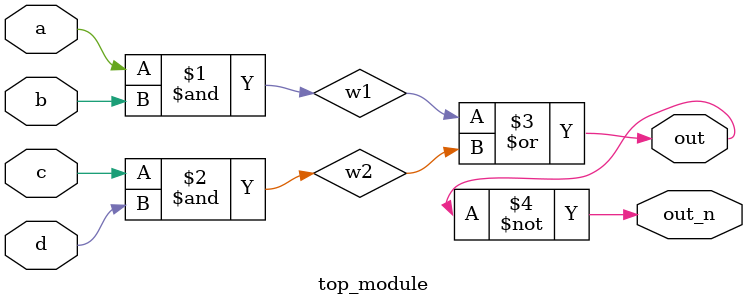
<source format=v>
module top_module(
    input a,
    input b,
    input c,
    input d,
    output out,
    output out_n   ); 
    wire w1,w2;
    assign w1 = a & b;
    assign w2 = c & d;
    assign out = w1 | w2;
    
    assign out_n = ~out;
endmodule


</source>
